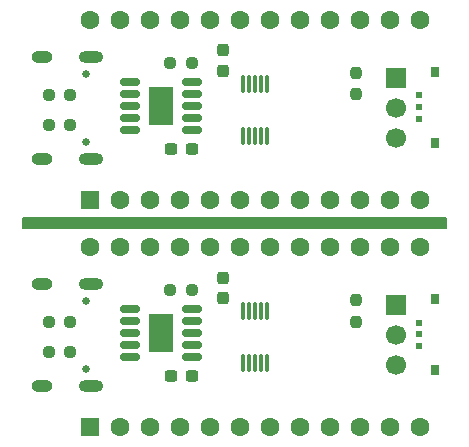
<source format=gbs>
%TF.GenerationSoftware,KiCad,Pcbnew,9.0.1*%
%TF.CreationDate,2025-04-29T19:20:25+09:00*%
%TF.ProjectId,ATtiny328P.kicad_pcb,41547469-6e79-4333-9238-502e6b696361,rev?*%
%TF.SameCoordinates,Original*%
%TF.FileFunction,Soldermask,Bot*%
%TF.FilePolarity,Negative*%
%FSLAX46Y46*%
G04 Gerber Fmt 4.6, Leading zero omitted, Abs format (unit mm)*
G04 Created by KiCad (PCBNEW 9.0.1) date 2025-04-29 19:20:25*
%MOMM*%
%LPD*%
G01*
G04 APERTURE LIST*
G04 Aperture macros list*
%AMRoundRect*
0 Rectangle with rounded corners*
0 $1 Rounding radius*
0 $2 $3 $4 $5 $6 $7 $8 $9 X,Y pos of 4 corners*
0 Add a 4 corners polygon primitive as box body*
4,1,4,$2,$3,$4,$5,$6,$7,$8,$9,$2,$3,0*
0 Add four circle primitives for the rounded corners*
1,1,$1+$1,$2,$3*
1,1,$1+$1,$4,$5*
1,1,$1+$1,$6,$7*
1,1,$1+$1,$8,$9*
0 Add four rect primitives between the rounded corners*
20,1,$1+$1,$2,$3,$4,$5,0*
20,1,$1+$1,$4,$5,$6,$7,0*
20,1,$1+$1,$6,$7,$8,$9,0*
20,1,$1+$1,$8,$9,$2,$3,0*%
G04 Aperture macros list end*
%ADD10RoundRect,0.150000X-0.687500X-0.150000X0.687500X-0.150000X0.687500X0.150000X-0.687500X0.150000X0*%
%ADD11R,2.100000X3.300000*%
%ADD12RoundRect,0.237500X0.250000X0.237500X-0.250000X0.237500X-0.250000X-0.237500X0.250000X-0.237500X0*%
%ADD13R,0.510000X0.600000*%
%ADD14R,0.700000X0.900000*%
%ADD15RoundRect,0.237500X0.300000X0.237500X-0.300000X0.237500X-0.300000X-0.237500X0.300000X-0.237500X0*%
%ADD16RoundRect,0.237500X0.237500X-0.300000X0.237500X0.300000X-0.237500X0.300000X-0.237500X-0.300000X0*%
%ADD17RoundRect,0.075000X-0.075000X0.650000X-0.075000X-0.650000X0.075000X-0.650000X0.075000X0.650000X0*%
%ADD18RoundRect,0.237500X0.237500X-0.250000X0.237500X0.250000X-0.237500X0.250000X-0.237500X-0.250000X0*%
%ADD19RoundRect,0.250000X0.550000X-0.550000X0.550000X0.550000X-0.550000X0.550000X-0.550000X-0.550000X0*%
%ADD20C,1.600000*%
%ADD21R,1.700000X1.700000*%
%ADD22C,1.700000*%
%ADD23C,0.650000*%
%ADD24O,2.100000X1.000000*%
%ADD25O,1.800000X1.000000*%
G04 APERTURE END LIST*
D10*
%TO.C,U2*%
X133120000Y-73330000D03*
X133120000Y-72330000D03*
X133120000Y-71330000D03*
X133120000Y-70330000D03*
X133120000Y-69330000D03*
X138395000Y-69330000D03*
X138395000Y-70330000D03*
X138395000Y-71330000D03*
X138395000Y-72330000D03*
X138395000Y-73330000D03*
D11*
X135757500Y-71330000D03*
%TD*%
D12*
%TO.C,R4*%
X138400000Y-67720000D03*
X136575000Y-67720000D03*
%TD*%
%TO.C,R1*%
X128120000Y-70400000D03*
X126295000Y-70400000D03*
%TD*%
D13*
%TO.C,SW2*%
X157670000Y-70440000D03*
X157670000Y-72440000D03*
X157670000Y-71440000D03*
D14*
X159025000Y-68440000D03*
X159025000Y-74440000D03*
%TD*%
D15*
%TO.C,C2*%
X138390000Y-74950000D03*
X136665000Y-74950000D03*
%TD*%
D16*
%TO.C,C1*%
X141070000Y-68350000D03*
X141070000Y-66625000D03*
%TD*%
D17*
%TO.C,U3*%
X142760000Y-69450000D03*
X143260000Y-69450000D03*
X143760000Y-69450000D03*
X144260000Y-69450000D03*
X144760000Y-69450000D03*
X144760000Y-73850000D03*
X144260000Y-73850000D03*
X143760000Y-73850000D03*
X143260000Y-73850000D03*
X142760000Y-73850000D03*
%TD*%
D18*
%TO.C,R5*%
X152300000Y-70350000D03*
X152300000Y-68525000D03*
%TD*%
D12*
%TO.C,R2*%
X128120000Y-72910000D03*
X126295000Y-72910000D03*
%TD*%
D19*
%TO.C,J2*%
X129790000Y-79270000D03*
D20*
X132330000Y-79270000D03*
X134870000Y-79270000D03*
X137410000Y-79270000D03*
X139950000Y-79270000D03*
X142490000Y-79270000D03*
X145030000Y-79270000D03*
X147570000Y-79270000D03*
X150110000Y-79270000D03*
X152650000Y-79270000D03*
X155190000Y-79270000D03*
X157730000Y-79270000D03*
X157730000Y-64030000D03*
X155190000Y-64030000D03*
X152650000Y-64030000D03*
X150110000Y-64030000D03*
X147570000Y-64030000D03*
X145030000Y-64030000D03*
X142490000Y-64030000D03*
X139950000Y-64030000D03*
X137410000Y-64030000D03*
X134870000Y-64030000D03*
X132330000Y-64030000D03*
X129790000Y-64030000D03*
%TD*%
D21*
%TO.C,J3*%
X155690000Y-68938500D03*
D22*
X155690000Y-71478500D03*
X155690000Y-74018500D03*
%TD*%
D23*
%TO.C,J1*%
X129395000Y-68630000D03*
X129395000Y-74410000D03*
D24*
X129895000Y-67200000D03*
D25*
X125715000Y-67200000D03*
D24*
X129895000Y-75840000D03*
D25*
X125715000Y-75840000D03*
%TD*%
D10*
%TO.C,U2*%
X133120000Y-92560000D03*
X133120000Y-91560000D03*
X133120000Y-90560000D03*
X133120000Y-89560000D03*
X133120000Y-88560000D03*
X138395000Y-88560000D03*
X138395000Y-89560000D03*
X138395000Y-90560000D03*
X138395000Y-91560000D03*
X138395000Y-92560000D03*
D11*
X135757500Y-90560000D03*
%TD*%
D12*
%TO.C,R4*%
X138400000Y-86950000D03*
X136575000Y-86950000D03*
%TD*%
%TO.C,R1*%
X128120000Y-89630000D03*
X126295000Y-89630000D03*
%TD*%
D13*
%TO.C,SW2*%
X157670000Y-89670000D03*
X157670000Y-91670000D03*
X157670000Y-90670000D03*
D14*
X159025000Y-87670000D03*
X159025000Y-93670000D03*
%TD*%
D15*
%TO.C,C2*%
X138390000Y-94180000D03*
X136665000Y-94180000D03*
%TD*%
D16*
%TO.C,C1*%
X141070000Y-87580000D03*
X141070000Y-85855000D03*
%TD*%
D17*
%TO.C,U3*%
X142760000Y-88680000D03*
X143260000Y-88680000D03*
X143760000Y-88680000D03*
X144260000Y-88680000D03*
X144760000Y-88680000D03*
X144760000Y-93080000D03*
X144260000Y-93080000D03*
X143760000Y-93080000D03*
X143260000Y-93080000D03*
X142760000Y-93080000D03*
%TD*%
D18*
%TO.C,R5*%
X152300000Y-89580000D03*
X152300000Y-87755000D03*
%TD*%
D12*
%TO.C,R2*%
X128120000Y-92140000D03*
X126295000Y-92140000D03*
%TD*%
D19*
%TO.C,J2*%
X129790000Y-98500000D03*
D20*
X132330000Y-98500000D03*
X134870000Y-98500000D03*
X137410000Y-98500000D03*
X139950000Y-98500000D03*
X142490000Y-98500000D03*
X145030000Y-98500000D03*
X147570000Y-98500000D03*
X150110000Y-98500000D03*
X152650000Y-98500000D03*
X155190000Y-98500000D03*
X157730000Y-98500000D03*
X157730000Y-83260000D03*
X155190000Y-83260000D03*
X152650000Y-83260000D03*
X150110000Y-83260000D03*
X147570000Y-83260000D03*
X145030000Y-83260000D03*
X142490000Y-83260000D03*
X139950000Y-83260000D03*
X137410000Y-83260000D03*
X134870000Y-83260000D03*
X132330000Y-83260000D03*
X129790000Y-83260000D03*
%TD*%
D21*
%TO.C,J3*%
X155690000Y-88168500D03*
D22*
X155690000Y-90708500D03*
X155690000Y-93248500D03*
%TD*%
D23*
%TO.C,J1*%
X129395000Y-87860000D03*
X129395000Y-93640000D03*
D24*
X129895000Y-86430000D03*
D25*
X125715000Y-86430000D03*
D24*
X129895000Y-95070000D03*
D25*
X125715000Y-95070000D03*
%TD*%
G36*
X159943039Y-80779685D02*
G01*
X159988794Y-80832489D01*
X160000000Y-80884000D01*
X160000000Y-81636034D01*
X159980315Y-81703073D01*
X159927511Y-81748828D01*
X159876034Y-81760034D01*
X124124034Y-81769965D01*
X124056990Y-81750299D01*
X124011220Y-81697508D01*
X124000000Y-81645965D01*
X124000000Y-80884000D01*
X124019685Y-80816961D01*
X124072489Y-80771206D01*
X124124000Y-80760000D01*
X159876000Y-80760000D01*
X159943039Y-80779685D01*
G37*
M02*

</source>
